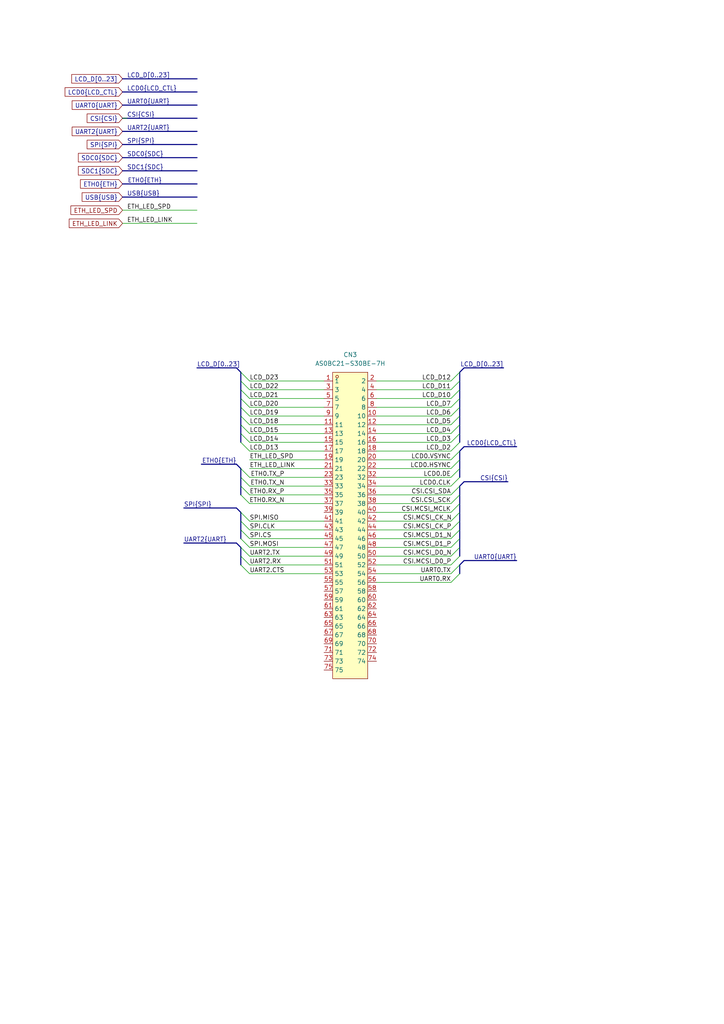
<source format=kicad_sch>
(kicad_sch (version 20231120) (generator "eeschema") (generator_version "8.0")
  (paper "A4" portrait)
  (title_block (title "Power") (date "2024-03-23"))
  (lib_symbols
    (symbol "v3s-devboard-module:m2-KeyE"
      (property "Reference" "CN" (at 0 52.07 0))
      (property "Value" "AS0BC21-S30BE-7H" (at 0 -46.482 0))
      (symbol "m2-KeyE_0_1"
        (rectangle (start -5.08 44.45) (end 5.08 -44.45) (fill (type background)))
        (circle (center -3.81 43.18) (radius 0.38))
        (pin unspecified line (at -7.62 41.91 0) (length 2.54) (name "1") (number "1"))
        (pin unspecified line (at 7.62 31.75 180) (length 2.54) (name "10") (number "10"))
        (pin unspecified line (at -7.62 29.21 0) (length 2.54) (name "11") (number "11"))
        (pin unspecified line (at 7.62 29.21 180) (length 2.54) (name "12") (number "12"))
        (pin unspecified line (at -7.62 26.67 0) (length 2.54) (name "13") (number "13"))
        (pin unspecified line (at 7.62 26.67 180) (length 2.54) (name "14") (number "14"))
        (pin unspecified line (at -7.62 24.13 0) (length 2.54) (name "15") (number "15"))
        (pin unspecified line (at 7.62 24.13 180) (length 2.54) (name "16") (number "16"))
        (pin unspecified line (at -7.62 21.59 0) (length 2.54) (name "17") (number "17"))
        (pin unspecified line (at 7.62 21.59 180) (length 2.54) (name "18") (number "18"))
        (pin unspecified line (at -7.62 19.05 0) (length 2.54) (name "19") (number "19"))
        (pin unspecified line (at 7.62 41.91 180) (length 2.54) (name "2") (number "2"))
        (pin unspecified line (at 7.62 19.05 180) (length 2.54) (name "20") (number "20"))
        (pin unspecified line (at -7.62 16.51 0) (length 2.54) (name "21") (number "21"))
        (pin unspecified line (at 7.62 16.51 180) (length 2.54) (name "22") (number "22"))
        (pin unspecified line (at -7.62 13.97 0) (length 2.54) (name "23") (number "23"))
        (pin unspecified line (at -7.62 39.37 0) (length 2.54) (name "3") (number "3"))
        (pin unspecified line (at 7.62 13.97 180) (length 2.54) (name "32") (number "32"))
        (pin unspecified line (at -7.62 11.43 0) (length 2.54) (name "33") (number "33"))
        (pin unspecified line (at 7.62 11.43 180) (length 2.54) (name "34") (number "34"))
        (pin unspecified line (at -7.62 8.89 0) (length 2.54) (name "35") (number "35"))
        (pin unspecified line (at 7.62 8.89 180) (length 2.54) (name "36") (number "36"))
        (pin unspecified line (at -7.62 6.35 0) (length 2.54) (name "37") (number "37"))
        (pin unspecified line (at 7.62 6.35 180) (length 2.54) (name "38") (number "38"))
        (pin unspecified line (at -7.62 3.81 0) (length 2.54) (name "39") (number "39"))
        (pin unspecified line (at 7.62 39.37 180) (length 2.54) (name "4") (number "4"))
        (pin unspecified line (at 7.62 3.81 180) (length 2.54) (name "40") (number "40"))
        (pin unspecified line (at -7.62 1.27 0) (length 2.54) (name "41") (number "41"))
        (pin unspecified line (at 7.62 1.27 180) (length 2.54) (name "42") (number "42"))
        (pin unspecified line (at -7.62 -1.27 0) (length 2.54) (name "43") (number "43"))
        (pin unspecified line (at 7.62 -1.27 180) (length 2.54) (name "44") (number "44"))
        (pin unspecified line (at -7.62 -3.81 0) (length 2.54) (name "45") (number "45"))
        (pin unspecified line (at 7.62 -3.81 180) (length 2.54) (name "46") (number "46"))
        (pin unspecified line (at -7.62 -6.35 0) (length 2.54) (name "47") (number "47"))
        (pin unspecified line (at 7.62 -6.35 180) (length 2.54) (name "48") (number "48"))
        (pin unspecified line (at -7.62 -8.89 0) (length 2.54) (name "49") (number "49"))
        (pin unspecified line (at -7.62 36.83 0) (length 2.54) (name "5") (number "5"))
        (pin unspecified line (at 7.62 -8.89 180) (length 2.54) (name "50") (number "50"))
        (pin unspecified line (at -7.62 -11.43 0) (length 2.54) (name "51") (number "51"))
        (pin unspecified line (at 7.62 -11.43 180) (length 2.54) (name "52") (number "52"))
        (pin unspecified line (at -7.62 -13.97 0) (length 2.54) (name "53") (number "53"))
        (pin unspecified line (at 7.62 -13.97 180) (length 2.54) (name "54") (number "54"))
        (pin unspecified line (at -7.62 -16.51 0) (length 2.54) (name "55") (number "55"))
        (pin unspecified line (at 7.62 -16.51 180) (length 2.54) (name "56") (number "56"))
        (pin unspecified line (at -7.62 -19.05 0) (length 2.54) (name "57") (number "57"))
        (pin unspecified line (at 7.62 -19.05 180) (length 2.54) (name "58") (number "58"))
        (pin unspecified line (at -7.62 -21.59 0) (length 2.54) (name "59") (number "59"))
        (pin unspecified line (at 7.62 36.83 180) (length 2.54) (name "6") (number "6"))
        (pin unspecified line (at 7.62 -21.59 180) (length 2.54) (name "60") (number "60"))
        (pin unspecified line (at -7.62 -24.13 0) (length 2.54) (name "61") (number "61"))
        (pin unspecified line (at 7.62 -24.13 180) (length 2.54) (name "62") (number "62"))
        (pin unspecified line (at -7.62 -26.67 0) (length 2.54) (name "63") (number "63"))
        (pin unspecified line (at 7.62 -26.67 180) (length 2.54) (name "64") (number "64"))
        (pin unspecified line (at -7.62 -29.21 0) (length 2.54) (name "65") (number "65"))
        (pin unspecified line (at 7.62 -29.21 180) (length 2.54) (name "66") (number "66"))
        (pin unspecified line (at -7.62 -31.75 0) (length 2.54) (name "67") (number "67"))
        (pin unspecified line (at 7.62 -31.75 180) (length 2.54) (name "68") (number "68"))
        (pin unspecified line (at -7.62 -34.29 0) (length 2.54) (name "69") (number "69"))
        (pin unspecified line (at -7.62 34.29 0) (length 2.54) (name "7") (number "7"))
        (pin unspecified line (at 7.62 -34.29 180) (length 2.54) (name "70") (number "70"))
        (pin unspecified line (at -7.62 -36.83 0) (length 2.54) (name "71") (number "71"))
        (pin unspecified line (at 7.62 -36.83 180) (length 2.54) (name "72") (number "72"))
        (pin unspecified line (at -7.62 -39.37 0) (length 2.54) (name "73") (number "73"))
        (pin unspecified line (at 7.62 -39.37 180) (length 2.54) (name "74") (number "74"))
        (pin unspecified line (at -7.62 -41.91 0) (length 2.54) (name "75") (number "75"))
        (pin unspecified line (at 7.62 34.29 180) (length 2.54) (name "8") (number "8"))
        (pin unspecified line (at -7.62 31.75 0) (length 2.54) (name "9") (number "9"))
      )
    )
  )
  (bus_entry (at 69.85 161.29) (size 2.54 2.54))
  (bus_entry (at 130.81 133.35) (size 2.54 -2.54))
  (bus_entry (at 69.85 140.97) (size 2.54 2.54))
  (bus_entry (at 69.85 118.11) (size 2.54 2.54))
  (bus_entry (at 133.35 115.57) (size -2.54 2.54))
  (bus_entry (at 69.85 143.51) (size 2.54 2.54))
  (bus_entry (at 130.81 135.89) (size 2.54 -2.54))
  (bus_entry (at 133.35 153.67) (size -2.54 2.54))
  (bus_entry (at 133.35 140.97) (size -2.54 2.54))
  (bus_entry (at 133.35 125.73) (size -2.54 2.54))
  (bus_entry (at 69.85 163.83) (size 2.54 2.54))
  (bus_entry (at 69.85 120.65) (size 2.54 2.54))
  (bus_entry (at 69.85 123.19) (size 2.54 2.54))
  (bus_entry (at 133.35 143.51) (size -2.54 2.54))
  (bus_entry (at 69.85 153.67) (size 2.54 2.54))
  (bus_entry (at 69.85 125.73) (size 2.54 2.54))
  (bus_entry (at 133.35 161.29) (size -2.54 2.54))
  (bus_entry (at 133.35 151.13) (size -2.54 2.54))
  (bus_entry (at 133.35 128.27) (size -2.54 2.54))
  (bus_entry (at 133.35 123.19) (size -2.54 2.54))
  (bus_entry (at 69.85 156.21) (size 2.54 2.54))
  (bus_entry (at 69.85 148.59) (size 2.54 2.54))
  (bus_entry (at 69.85 135.89) (size 2.54 2.54))
  (bus_entry (at 133.35 107.95) (size -2.54 2.54))
  (bus_entry (at 69.85 138.43) (size 2.54 2.54))
  (bus_entry (at 133.35 148.59) (size -2.54 2.54))
  (bus_entry (at 69.85 128.27) (size 2.54 2.54))
  (bus_entry (at 69.85 158.75) (size 2.54 2.54))
  (bus_entry (at 133.35 146.05) (size -2.54 2.54))
  (bus_entry (at 69.85 110.49) (size 2.54 2.54))
  (bus_entry (at 130.81 138.43) (size 2.54 -2.54))
  (bus_entry (at 69.85 113.03) (size 2.54 2.54))
  (bus_entry (at 133.35 120.65) (size -2.54 2.54))
  (bus_entry (at 133.35 118.11) (size -2.54 2.54))
  (bus_entry (at 133.35 166.37) (size -2.54 2.54))
  (bus_entry (at 69.85 115.57) (size 2.54 2.54))
  (bus_entry (at 133.35 156.21) (size -2.54 2.54))
  (bus_entry (at 133.35 113.03) (size -2.54 2.54))
  (bus_entry (at 69.85 107.95) (size 2.54 2.54))
  (bus_entry (at 130.81 140.97) (size 2.54 -2.54))
  (bus_entry (at 133.35 110.49) (size -2.54 2.54))
  (bus_entry (at 133.35 163.83) (size -2.54 2.54))
  (bus_entry (at 69.85 151.13) (size 2.54 2.54))
  (bus_entry (at 133.35 158.75) (size -2.54 2.54))
  (wire (pts (xy 72.39 140.97) (xy 93.98 140.97)))
  (wire (pts (xy 130.81 151.13) (xy 109.22 151.13)))
  (wire (pts (xy 72.39 115.57) (xy 93.98 115.57)))
  (wire (pts (xy 109.22 166.37) (xy 130.81 166.37)))
  (wire (pts (xy 109.22 130.81) (xy 130.81 130.81)))
  (wire (pts (xy 72.39 130.81) (xy 93.98 130.81)))
  (bus (pts (xy 68.58 134.62) (xy 58.42 134.62)))
  (wire (pts (xy 130.81 123.19) (xy 109.22 123.19)))
  (bus (pts (xy 69.85 140.97) (xy 69.85 143.51)))
  (bus (pts (xy 133.35 146.05) (xy 133.35 148.59)))
  (bus (pts (xy 133.35 118.11) (xy 133.35 120.65)))
  (wire (pts (xy 93.98 163.83) (xy 72.39 163.83)))
  (bus (pts (xy 69.85 138.43) (xy 69.85 140.97)))
  (wire (pts (xy 109.22 138.43) (xy 130.81 138.43)))
  (wire (pts (xy 130.81 115.57) (xy 109.22 115.57)))
  (wire (pts (xy 130.81 110.49) (xy 109.22 110.49)))
  (bus (pts (xy 69.85 118.11) (xy 69.85 120.65)))
  (wire (pts (xy 130.81 156.21) (xy 109.22 156.21)))
  (wire (pts (xy 130.81 153.67) (xy 109.22 153.67)))
  (bus (pts (xy 69.85 161.29) (xy 69.85 163.83)))
  (bus (pts (xy 35.56 34.29) (xy 57.15 34.29)))
  (wire (pts (xy 109.22 135.89) (xy 130.81 135.89)))
  (wire (pts (xy 130.81 128.27) (xy 109.22 128.27)))
  (wire (pts (xy 35.56 60.96) (xy 57.15 60.96)))
  (bus (pts (xy 68.58 157.48) (xy 53.34 157.48)))
  (wire (pts (xy 93.98 158.75) (xy 72.39 158.75)))
  (wire (pts (xy 130.81 120.65) (xy 109.22 120.65)))
  (bus (pts (xy 69.85 148.59) (xy 69.85 151.13)))
  (bus (pts (xy 69.85 151.13) (xy 69.85 153.67)))
  (bus (pts (xy 133.35 151.13) (xy 133.35 153.67)))
  (wire (pts (xy 72.39 110.49) (xy 93.98 110.49)))
  (wire (pts (xy 109.22 168.91) (xy 130.81 168.91)))
  (wire (pts (xy 72.39 113.03) (xy 93.98 113.03)))
  (wire (pts (xy 130.81 161.29) (xy 109.22 161.29)))
  (bus (pts (xy 133.35 107.95) (xy 133.35 110.49)))
  (bus (pts (xy 68.58 147.32) (xy 53.34 147.32)))
  (bus (pts (xy 35.56 30.48) (xy 57.15 30.48)))
  (bus (pts (xy 133.35 163.83) (xy 134.62 162.56)))
  (bus (pts (xy 69.85 123.19) (xy 69.85 125.73)))
  (bus (pts (xy 57.15 106.68) (xy 68.58 106.68)))
  (bus (pts (xy 69.85 113.03) (xy 69.85 110.49)))
  (wire (pts (xy 130.81 118.11) (xy 109.22 118.11)))
  (bus (pts (xy 133.35 130.81) (xy 133.35 133.35)))
  (bus (pts (xy 69.85 135.89) (xy 68.58 134.62)))
  (bus (pts (xy 133.35 153.67) (xy 133.35 156.21)))
  (bus (pts (xy 133.35 143.51) (xy 133.35 146.05)))
  (wire (pts (xy 72.39 135.89) (xy 93.98 135.89)))
  (wire (pts (xy 35.56 34.29) (xy 36.83 34.29)))
  (bus (pts (xy 35.56 22.86) (xy 57.15 22.86)))
  (wire (pts (xy 93.98 153.67) (xy 72.39 153.67)))
  (wire (pts (xy 130.81 113.03) (xy 109.22 113.03)))
  (wire (pts (xy 130.81 148.59) (xy 109.22 148.59)))
  (wire (pts (xy 93.98 166.37) (xy 72.39 166.37)))
  (bus (pts (xy 133.35 156.21) (xy 133.35 158.75)))
  (bus (pts (xy 69.85 110.49) (xy 69.85 107.95)))
  (wire (pts (xy 35.56 64.77) (xy 57.15 64.77)))
  (bus (pts (xy 68.58 106.68) (xy 69.85 107.95)))
  (wire (pts (xy 72.39 125.73) (xy 93.98 125.73)))
  (wire (pts (xy 130.81 158.75) (xy 109.22 158.75)))
  (bus (pts (xy 133.35 113.03) (xy 133.35 115.57)))
  (bus (pts (xy 134.62 162.56) (xy 149.86 162.56)))
  (wire (pts (xy 72.39 146.05) (xy 93.98 146.05)))
  (bus (pts (xy 133.35 123.19) (xy 133.35 125.73)))
  (bus (pts (xy 134.62 129.54) (xy 149.86 129.54)))
  (wire (pts (xy 109.22 140.97) (xy 130.81 140.97)))
  (bus (pts (xy 69.85 113.03) (xy 69.85 115.57)))
  (bus (pts (xy 146.05 106.68) (xy 134.62 106.68)))
  (bus (pts (xy 133.35 158.75) (xy 133.35 161.29)))
  (bus (pts (xy 133.35 115.57) (xy 133.35 118.11)))
  (bus (pts (xy 133.35 133.35) (xy 133.35 135.89)))
  (bus (pts (xy 133.35 125.73) (xy 133.35 128.27)))
  (bus (pts (xy 69.85 153.67) (xy 69.85 156.21)))
  (wire (pts (xy 109.22 133.35) (xy 130.81 133.35)))
  (bus (pts (xy 35.56 57.15) (xy 57.15 57.15)))
  (bus (pts (xy 35.56 38.1) (xy 57.15 38.1)))
  (bus (pts (xy 133.35 135.89) (xy 133.35 138.43)))
  (bus (pts (xy 35.56 26.67) (xy 57.15 26.67)))
  (wire (pts (xy 93.98 151.13) (xy 72.39 151.13)))
  (bus (pts (xy 68.58 147.32) (xy 69.85 148.59)))
  (bus (pts (xy 133.35 140.97) (xy 133.35 143.51)))
  (wire (pts (xy 72.39 143.51) (xy 93.98 143.51)))
  (wire (pts (xy 93.98 161.29) (xy 72.39 161.29)))
  (bus (pts (xy 147.32 139.7) (xy 134.62 139.7)))
  (bus (pts (xy 35.56 45.72) (xy 57.15 45.72)))
  (wire (pts (xy 130.81 125.73) (xy 109.22 125.73)))
  (bus (pts (xy 69.85 135.89) (xy 69.85 138.43)))
  (wire (pts (xy 130.81 143.51) (xy 109.22 143.51)))
  (bus (pts (xy 68.58 157.48) (xy 69.85 158.75)))
  (bus (pts (xy 134.62 139.7) (xy 133.35 140.97)))
  (bus (pts (xy 69.85 115.57) (xy 69.85 118.11)))
  (bus (pts (xy 35.56 41.91) (xy 57.15 41.91)))
  (bus (pts (xy 134.62 129.54) (xy 133.35 130.81)))
  (wire (pts (xy 93.98 156.21) (xy 72.39 156.21)))
  (wire (pts (xy 109.22 163.83) (xy 130.81 163.83)))
  (wire (pts (xy 72.39 118.11) (xy 93.98 118.11)))
  (bus (pts (xy 57.15 53.34) (xy 35.56 53.34)))
  (bus (pts (xy 69.85 125.73) (xy 69.85 128.27)))
  (wire (pts (xy 72.39 133.35) (xy 93.98 133.35)))
  (bus (pts (xy 69.85 120.65) (xy 69.85 123.19)))
  (bus (pts (xy 69.85 158.75) (xy 69.85 161.29)))
  (bus (pts (xy 35.56 49.53) (xy 57.15 49.53)))
  (wire (pts (xy 72.39 138.43) (xy 93.98 138.43)))
  (bus (pts (xy 134.62 106.68) (xy 133.35 107.95)))
  (bus (pts (xy 133.35 163.83) (xy 133.35 166.37)))
  (wire (pts (xy 72.39 120.65) (xy 93.98 120.65)))
  (wire (pts (xy 130.81 146.05) (xy 109.22 146.05)))
  (bus (pts (xy 133.35 110.49) (xy 133.35 113.03)))
  (bus (pts (xy 133.35 120.65) (xy 133.35 123.19)))
  (bus (pts (xy 133.35 148.59) (xy 133.35 151.13)))
  (wire (pts (xy 72.39 128.27) (xy 93.98 128.27)))
  (wire (pts (xy 72.39 123.19) (xy 93.98 123.19)))
  (label "SDC0{SDC}" (at 36.83 45.72 0))
  (label "LCD_D4" (at 130.81 125.73 180))
  (label "UART2.TX" (at 72.39 161.29 0))
  (label "LCD_D[0..23]" (at 57.15 106.68 0))
  (label "LCD_D5" (at 130.81 123.19 180))
  (label "CSI.MCSI_CK_P" (at 116.84 153.67 0))
  (label "LCD_D6" (at 130.81 120.65 180))
  (label "UART2{UART}" (at 36.83 38.1 0))
  (label "LCD0{LCD_CTL}" (at 149.86 129.54 180))
  (label "SPI.CLK" (at 72.39 153.67 0))
  (label "SPI.CS" (at 72.39 156.21 0))
  (label "CSI{CSI}" (at 36.83 34.29 0))
  (label "LCD_D11" (at 130.81 113.03 180))
  (label "LCD0.DE" (at 130.81 138.43 180))
  (label "SPI.MISO" (at 72.39 151.13 0))
  (label "UART0{UART}" (at 149.86 162.56 180))
  (label "SPI{SPI}" (at 53.34 147.32 0))
  (label "USB{USB}" (at 36.83 57.15 0))
  (label "CSI.MCSI_D0_P" (at 116.84 163.83 0))
  (label "ETH0.TX_N" (at 82.55 140.97 180))
  (label "LCD_D3" (at 130.81 128.27 180))
  (label "CSI.CSI_SCK" (at 130.81 146.05 180))
  (label "CSI.MCSI_D1_N" (at 116.84 156.21 0))
  (label "SPI{SPI}" (at 36.83 41.91 0))
  (label "ETH0.TX_P" (at 82.55 138.43 180))
  (label "CSI.MCSI_D1_P" (at 116.84 158.75 0))
  (label "UART0{UART}" (at 36.83 30.48 0))
  (label "ETH_LED_SPD" (at 36.83 60.96 0))
  (label "LCD_D18" (at 72.39 123.19 0))
  (label "LCD_D13" (at 72.39 130.81 0))
  (label "LCD_D10" (at 130.81 115.57 180))
  (label "UART0.RX" (at 130.81 168.91 180))
  (label "LCD_D20" (at 72.39 118.11 0))
  (label "ETH0{ETH}" (at 68.58 134.62 180))
  (label "UART2.RX" (at 72.39 163.83 0))
  (label "LCD0{LCD_CTL}" (at 36.83 26.67 0))
  (label "CSI.MCSI_D0_N" (at 116.84 161.29 0))
  (label "LCD_D14" (at 72.39 128.27 0))
  (label "UART0.TX" (at 130.81 166.37 180))
  (label "LCD_D15" (at 72.39 125.73 0))
  (label "ETH_LED_SPD" (at 72.39 133.35 0))
  (label "CSI.MCSI_CK_N" (at 116.84 151.13 0))
  (label "LCD_D22" (at 72.39 113.03 0))
  (label "ETH0{ETH}" (at 46.99 53.34 180))
  (label "SDC1{SDC}" (at 36.83 49.53 0))
  (label "SPI.MOSI" (at 72.39 158.75 0))
  (label "ETH0.RX_N" (at 82.55 146.05 180))
  (label "LCD0.CLK" (at 130.81 140.97 180))
  (label "LCD_D[0..23]" (at 146.05 106.68 180))
  (label "ETH_LED_LINK" (at 72.39 135.89 0))
  (label "LCD0.VSYNC" (at 130.81 133.35 180))
  (label "UART2.CTS" (at 72.39 166.37 0))
  (label "LCD_D21" (at 72.39 115.57 0))
  (label "UART2{UART}" (at 53.34 157.48 0))
  (label "ETH0.RX_P" (at 82.55 143.51 180))
  (label "CSI{CSI}" (at 147.32 139.7 180))
  (label "ETH_LED_LINK" (at 36.83 64.77 0))
  (label "LCD_D2" (at 130.81 130.81 180))
  (label "LCD_D[0..23]" (at 36.83 22.86 0))
  (label "CSI.MCSI_MCLK" (at 130.81 148.59 180))
  (label "LCD0.HSYNC" (at 130.81 135.89 180))
  (label "LCD_D12" (at 130.81 110.49 180))
  (label "CSI.CSI_SDA" (at 130.81 143.51 180))
  (label "LCD_D19" (at 72.39 120.65 0))
  (label "LCD_D23" (at 72.39 110.49 0))
  (label "LCD_D7" (at 130.81 118.11 180))
  (global_label "ETH_LED_SPD" (shape input) (at 35.56 60.96 180) (property "Intersheetrefs" "${INTERSHEET_REFS}" (effects (hide yes))))
  (global_label "CSI{CSI}" (shape input) (at 35.56 34.29 180) (property "Intersheetrefs" "${INTERSHEET_REFS}" (effects (hide yes))))
  (global_label "SPI{SPI}" (shape input) (at 35.56 41.91 180) (property "Intersheetrefs" "${INTERSHEET_REFS}" (effects (hide yes))))
  (global_label "USB{USB}" (shape input) (at 35.56 57.15 180) (property "Intersheetrefs" "${INTERSHEET_REFS}" (effects (hide yes))))
  (global_label "UART0{UART}" (shape input) (at 35.56 30.48 180) (property "Intersheetrefs" "${INTERSHEET_REFS}" (effects (hide yes))))
  (global_label "LCD0{LCD_CTL}" (shape input) (at 35.56 26.67 180) (property "Intersheetrefs" "${INTERSHEET_REFS}" (effects (hide yes))))
  (global_label "SDC1{SDC}" (shape input) (at 35.56 49.53 180) (property "Intersheetrefs" "${INTERSHEET_REFS}" (effects (hide yes))))
  (global_label "ETH_LED_LINK" (shape input) (at 35.56 64.77 180) (property "Intersheetrefs" "${INTERSHEET_REFS}" (effects (hide yes))))
  (global_label "UART2{UART}" (shape input) (at 35.56 38.1 180) (property "Intersheetrefs" "${INTERSHEET_REFS}" (effects (hide yes))))
  (global_label "ETH0{ETH}" (shape input) (at 35.56 53.34 180) (property "Intersheetrefs" "${INTERSHEET_REFS}" (effects (hide yes))))
  (global_label "LCD_D[0..23]" (shape input) (at 35.56 22.86 180) (property "Intersheetrefs" "${INTERSHEET_REFS}" (effects (hide yes))))
  (global_label "SDC0{SDC}" (shape input) (at 35.56 45.72 180) (property "Intersheetrefs" "${INTERSHEET_REFS}" (effects (hide yes))))
  (symbol (lib_id "v3s-devboard-module:m2-KeyE") (at 101.6 152.4 0) (unit 1)
    (property "Reference" "CN3" (at 101.6 102.87 0))
    (property "Value" "AS0BC21-S30BE-7H" (at 101.6 105.41 0))
    (property "Footprint" "v3s-devboard-module:m2-padKeyE" (effects (hide yes)))
    (property "LCSC Part" "C3020019" (effects (hide yes)))
  )
)
</source>
